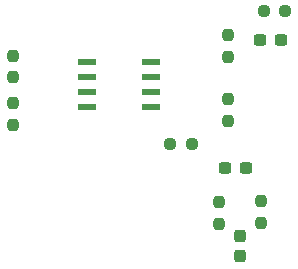
<source format=gbr>
%TF.GenerationSoftware,KiCad,Pcbnew,9.0.7*%
%TF.CreationDate,2026-02-19T19:24:31+05:30*%
%TF.ProjectId,pcb-n-as5600,7063622d-6e2d-4617-9335-3630302e6b69,rev?*%
%TF.SameCoordinates,Original*%
%TF.FileFunction,Paste,Bot*%
%TF.FilePolarity,Positive*%
%FSLAX46Y46*%
G04 Gerber Fmt 4.6, Leading zero omitted, Abs format (unit mm)*
G04 Created by KiCad (PCBNEW 9.0.7) date 2026-02-19 19:24:31*
%MOMM*%
%LPD*%
G01*
G04 APERTURE LIST*
G04 Aperture macros list*
%AMRoundRect*
0 Rectangle with rounded corners*
0 $1 Rounding radius*
0 $2 $3 $4 $5 $6 $7 $8 $9 X,Y pos of 4 corners*
0 Add a 4 corners polygon primitive as box body*
4,1,4,$2,$3,$4,$5,$6,$7,$8,$9,$2,$3,0*
0 Add four circle primitives for the rounded corners*
1,1,$1+$1,$2,$3*
1,1,$1+$1,$4,$5*
1,1,$1+$1,$6,$7*
1,1,$1+$1,$8,$9*
0 Add four rect primitives between the rounded corners*
20,1,$1+$1,$2,$3,$4,$5,0*
20,1,$1+$1,$4,$5,$6,$7,0*
20,1,$1+$1,$6,$7,$8,$9,0*
20,1,$1+$1,$8,$9,$2,$3,0*%
G04 Aperture macros list end*
%ADD10RoundRect,0.237500X0.237500X-0.300000X0.237500X0.300000X-0.237500X0.300000X-0.237500X-0.300000X0*%
%ADD11RoundRect,0.237500X0.300000X0.237500X-0.300000X0.237500X-0.300000X-0.237500X0.300000X-0.237500X0*%
%ADD12RoundRect,0.237500X-0.237500X0.250000X-0.237500X-0.250000X0.237500X-0.250000X0.237500X0.250000X0*%
%ADD13R,1.500000X0.600000*%
%ADD14RoundRect,0.237500X-0.250000X-0.237500X0.250000X-0.237500X0.250000X0.237500X-0.250000X0.237500X0*%
%ADD15RoundRect,0.237500X0.237500X-0.250000X0.237500X0.250000X-0.237500X0.250000X-0.237500X-0.250000X0*%
%ADD16RoundRect,0.237500X-0.300000X-0.237500X0.300000X-0.237500X0.300000X0.237500X-0.300000X0.237500X0*%
G04 APERTURE END LIST*
D10*
%TO.C,C4*%
X162750000Y-100975000D03*
X162750000Y-99250000D03*
%TD*%
D11*
%TO.C,C7*%
X161500000Y-93500000D03*
X163225000Y-93500000D03*
%TD*%
D12*
%TO.C,R3*%
X164500000Y-98162500D03*
X164500000Y-96337500D03*
%TD*%
D13*
%TO.C,U4*%
X149750000Y-84500000D03*
X149750000Y-85770000D03*
X149750000Y-87040000D03*
X149750000Y-88310000D03*
X155250000Y-88310000D03*
X155250000Y-87040000D03*
X155250000Y-85770000D03*
X155250000Y-84500000D03*
%TD*%
D14*
%TO.C,R1*%
X158662500Y-91500000D03*
X156837500Y-91500000D03*
%TD*%
D12*
%TO.C,R2*%
X161750000Y-84075000D03*
X161750000Y-82250000D03*
%TD*%
D15*
%TO.C,R13*%
X143500000Y-88000000D03*
X143500000Y-89825000D03*
%TD*%
D14*
%TO.C,R8*%
X166575000Y-80250000D03*
X164750000Y-80250000D03*
%TD*%
D12*
%TO.C,R4*%
X161000000Y-98250000D03*
X161000000Y-96425000D03*
%TD*%
D16*
%TO.C,C8*%
X166200000Y-82700000D03*
X164475000Y-82700000D03*
%TD*%
D12*
%TO.C,R7*%
X143500000Y-85825000D03*
X143500000Y-84000000D03*
%TD*%
D15*
%TO.C,R11*%
X161750000Y-87675000D03*
X161750000Y-89500000D03*
%TD*%
M02*

</source>
